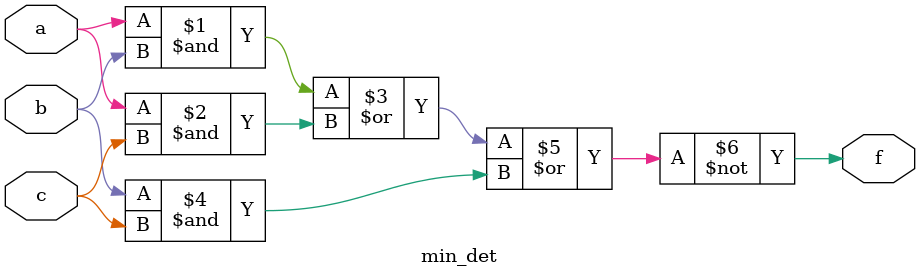
<source format=v>
module min_det(a,b,c,f);
input a,b,c;
output f;
assign f=~((a&b)|(a&c)|(b&c));
endmodule

</source>
